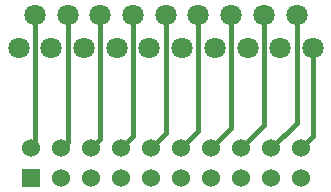
<source format=gbr>
G04 DipTrace 3.3.1.3*
G04 Top.gbr*
%MOIN*%
G04 #@! TF.FileFunction,Copper,L1,Top*
G04 #@! TF.Part,Single*
G04 #@! TA.AperFunction,Conductor*
%ADD14C,0.015748*%
G04 #@! TA.AperFunction,ComponentPad*
%ADD15C,0.070866*%
%ADD16R,0.06X0.06*%
%ADD17C,0.06*%
%FSLAX26Y26*%
G04*
G70*
G90*
G75*
G01*
G04 Top*
%LPD*%
X1511830Y1088577D2*
D14*
Y711811D1*
X1443719Y643701D1*
X857499Y1088577D2*
Y657480D1*
X843719Y643701D1*
X966554Y1088577D2*
Y666535D1*
X943719Y643701D1*
X1075609Y1088577D2*
Y675591D1*
X1043719Y643701D1*
X1184664Y1088577D2*
Y684646D1*
X1143719Y643701D1*
X1620885Y1088577D2*
Y720866D1*
X1543719Y643701D1*
X1402774Y1088577D2*
Y702756D1*
X1343719Y643701D1*
X1729940Y1088577D2*
Y729921D1*
X1643719Y643701D1*
X1293719Y1088577D2*
Y693701D1*
X1243719Y643701D1*
X1784467Y976766D2*
Y684449D1*
X1743719Y643701D1*
D15*
X1784467Y976766D3*
X1729940Y1088577D3*
X1675412Y976766D3*
X1620885Y1088577D3*
X1566357Y976766D3*
X1511830Y1088577D3*
X1457302Y976766D3*
X1402774Y1088577D3*
X1348247Y976766D3*
X1293719Y1088577D3*
X1239192Y976766D3*
X1184664Y1088577D3*
X1130137Y976766D3*
X1075609Y1088577D3*
X1021082Y976766D3*
X966554Y1088577D3*
X912026Y976766D3*
X857499Y1088577D3*
X802971Y976766D3*
D16*
X843719Y543701D3*
D17*
X943719D3*
X1043719D3*
X1143719D3*
X1243719D3*
X1343719D3*
X1443719D3*
X1543719D3*
X1643719D3*
X1743719D3*
Y643701D3*
X1643719D3*
X1543719D3*
X1443719D3*
X1343719D3*
X1243719D3*
X1143719D3*
X1043719D3*
X943719D3*
X843719D3*
M02*

</source>
